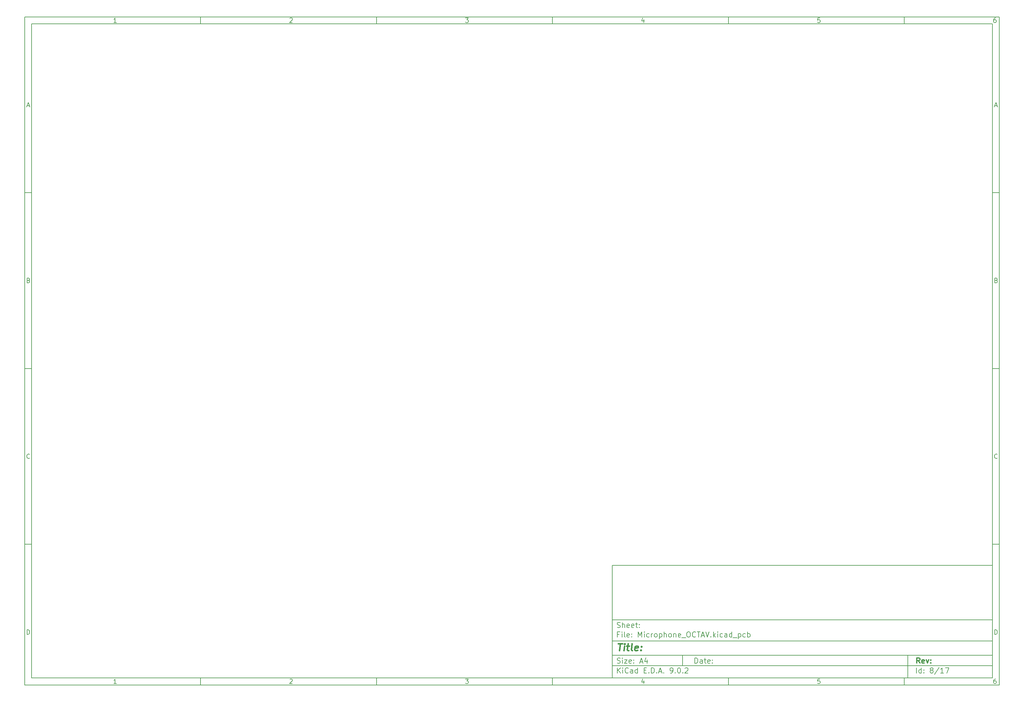
<source format=gbr>
%TF.GenerationSoftware,KiCad,Pcbnew,9.0.2*%
%TF.CreationDate,2025-08-29T05:40:04+02:00*%
%TF.ProjectId,Microphone_OCTAV,4d696372-6f70-4686-9f6e-655f4f435441,rev?*%
%TF.SameCoordinates,Original*%
%TF.FileFunction,Paste,Bot*%
%TF.FilePolarity,Positive*%
%FSLAX46Y46*%
G04 Gerber Fmt 4.6, Leading zero omitted, Abs format (unit mm)*
G04 Created by KiCad (PCBNEW 9.0.2) date 2025-08-29 05:40:04*
%MOMM*%
%LPD*%
G01*
G04 APERTURE LIST*
%ADD10C,0.100000*%
%ADD11C,0.150000*%
%ADD12C,0.300000*%
%ADD13C,0.400000*%
G04 APERTURE END LIST*
D10*
D11*
X177002200Y-166007200D02*
X285002200Y-166007200D01*
X285002200Y-198007200D01*
X177002200Y-198007200D01*
X177002200Y-166007200D01*
D10*
D11*
X10000000Y-10000000D02*
X287002200Y-10000000D01*
X287002200Y-200007200D01*
X10000000Y-200007200D01*
X10000000Y-10000000D01*
D10*
D11*
X12000000Y-12000000D02*
X285002200Y-12000000D01*
X285002200Y-198007200D01*
X12000000Y-198007200D01*
X12000000Y-12000000D01*
D10*
D11*
X60000000Y-12000000D02*
X60000000Y-10000000D01*
D10*
D11*
X110000000Y-12000000D02*
X110000000Y-10000000D01*
D10*
D11*
X160000000Y-12000000D02*
X160000000Y-10000000D01*
D10*
D11*
X210000000Y-12000000D02*
X210000000Y-10000000D01*
D10*
D11*
X260000000Y-12000000D02*
X260000000Y-10000000D01*
D10*
D11*
X36089160Y-11593604D02*
X35346303Y-11593604D01*
X35717731Y-11593604D02*
X35717731Y-10293604D01*
X35717731Y-10293604D02*
X35593922Y-10479319D01*
X35593922Y-10479319D02*
X35470112Y-10603128D01*
X35470112Y-10603128D02*
X35346303Y-10665033D01*
D10*
D11*
X85346303Y-10417414D02*
X85408207Y-10355509D01*
X85408207Y-10355509D02*
X85532017Y-10293604D01*
X85532017Y-10293604D02*
X85841541Y-10293604D01*
X85841541Y-10293604D02*
X85965350Y-10355509D01*
X85965350Y-10355509D02*
X86027255Y-10417414D01*
X86027255Y-10417414D02*
X86089160Y-10541223D01*
X86089160Y-10541223D02*
X86089160Y-10665033D01*
X86089160Y-10665033D02*
X86027255Y-10850747D01*
X86027255Y-10850747D02*
X85284398Y-11593604D01*
X85284398Y-11593604D02*
X86089160Y-11593604D01*
D10*
D11*
X135284398Y-10293604D02*
X136089160Y-10293604D01*
X136089160Y-10293604D02*
X135655826Y-10788842D01*
X135655826Y-10788842D02*
X135841541Y-10788842D01*
X135841541Y-10788842D02*
X135965350Y-10850747D01*
X135965350Y-10850747D02*
X136027255Y-10912652D01*
X136027255Y-10912652D02*
X136089160Y-11036461D01*
X136089160Y-11036461D02*
X136089160Y-11345985D01*
X136089160Y-11345985D02*
X136027255Y-11469795D01*
X136027255Y-11469795D02*
X135965350Y-11531700D01*
X135965350Y-11531700D02*
X135841541Y-11593604D01*
X135841541Y-11593604D02*
X135470112Y-11593604D01*
X135470112Y-11593604D02*
X135346303Y-11531700D01*
X135346303Y-11531700D02*
X135284398Y-11469795D01*
D10*
D11*
X185965350Y-10726938D02*
X185965350Y-11593604D01*
X185655826Y-10231700D02*
X185346303Y-11160271D01*
X185346303Y-11160271D02*
X186151064Y-11160271D01*
D10*
D11*
X236027255Y-10293604D02*
X235408207Y-10293604D01*
X235408207Y-10293604D02*
X235346303Y-10912652D01*
X235346303Y-10912652D02*
X235408207Y-10850747D01*
X235408207Y-10850747D02*
X235532017Y-10788842D01*
X235532017Y-10788842D02*
X235841541Y-10788842D01*
X235841541Y-10788842D02*
X235965350Y-10850747D01*
X235965350Y-10850747D02*
X236027255Y-10912652D01*
X236027255Y-10912652D02*
X236089160Y-11036461D01*
X236089160Y-11036461D02*
X236089160Y-11345985D01*
X236089160Y-11345985D02*
X236027255Y-11469795D01*
X236027255Y-11469795D02*
X235965350Y-11531700D01*
X235965350Y-11531700D02*
X235841541Y-11593604D01*
X235841541Y-11593604D02*
X235532017Y-11593604D01*
X235532017Y-11593604D02*
X235408207Y-11531700D01*
X235408207Y-11531700D02*
X235346303Y-11469795D01*
D10*
D11*
X285965350Y-10293604D02*
X285717731Y-10293604D01*
X285717731Y-10293604D02*
X285593922Y-10355509D01*
X285593922Y-10355509D02*
X285532017Y-10417414D01*
X285532017Y-10417414D02*
X285408207Y-10603128D01*
X285408207Y-10603128D02*
X285346303Y-10850747D01*
X285346303Y-10850747D02*
X285346303Y-11345985D01*
X285346303Y-11345985D02*
X285408207Y-11469795D01*
X285408207Y-11469795D02*
X285470112Y-11531700D01*
X285470112Y-11531700D02*
X285593922Y-11593604D01*
X285593922Y-11593604D02*
X285841541Y-11593604D01*
X285841541Y-11593604D02*
X285965350Y-11531700D01*
X285965350Y-11531700D02*
X286027255Y-11469795D01*
X286027255Y-11469795D02*
X286089160Y-11345985D01*
X286089160Y-11345985D02*
X286089160Y-11036461D01*
X286089160Y-11036461D02*
X286027255Y-10912652D01*
X286027255Y-10912652D02*
X285965350Y-10850747D01*
X285965350Y-10850747D02*
X285841541Y-10788842D01*
X285841541Y-10788842D02*
X285593922Y-10788842D01*
X285593922Y-10788842D02*
X285470112Y-10850747D01*
X285470112Y-10850747D02*
X285408207Y-10912652D01*
X285408207Y-10912652D02*
X285346303Y-11036461D01*
D10*
D11*
X60000000Y-198007200D02*
X60000000Y-200007200D01*
D10*
D11*
X110000000Y-198007200D02*
X110000000Y-200007200D01*
D10*
D11*
X160000000Y-198007200D02*
X160000000Y-200007200D01*
D10*
D11*
X210000000Y-198007200D02*
X210000000Y-200007200D01*
D10*
D11*
X260000000Y-198007200D02*
X260000000Y-200007200D01*
D10*
D11*
X36089160Y-199600804D02*
X35346303Y-199600804D01*
X35717731Y-199600804D02*
X35717731Y-198300804D01*
X35717731Y-198300804D02*
X35593922Y-198486519D01*
X35593922Y-198486519D02*
X35470112Y-198610328D01*
X35470112Y-198610328D02*
X35346303Y-198672233D01*
D10*
D11*
X85346303Y-198424614D02*
X85408207Y-198362709D01*
X85408207Y-198362709D02*
X85532017Y-198300804D01*
X85532017Y-198300804D02*
X85841541Y-198300804D01*
X85841541Y-198300804D02*
X85965350Y-198362709D01*
X85965350Y-198362709D02*
X86027255Y-198424614D01*
X86027255Y-198424614D02*
X86089160Y-198548423D01*
X86089160Y-198548423D02*
X86089160Y-198672233D01*
X86089160Y-198672233D02*
X86027255Y-198857947D01*
X86027255Y-198857947D02*
X85284398Y-199600804D01*
X85284398Y-199600804D02*
X86089160Y-199600804D01*
D10*
D11*
X135284398Y-198300804D02*
X136089160Y-198300804D01*
X136089160Y-198300804D02*
X135655826Y-198796042D01*
X135655826Y-198796042D02*
X135841541Y-198796042D01*
X135841541Y-198796042D02*
X135965350Y-198857947D01*
X135965350Y-198857947D02*
X136027255Y-198919852D01*
X136027255Y-198919852D02*
X136089160Y-199043661D01*
X136089160Y-199043661D02*
X136089160Y-199353185D01*
X136089160Y-199353185D02*
X136027255Y-199476995D01*
X136027255Y-199476995D02*
X135965350Y-199538900D01*
X135965350Y-199538900D02*
X135841541Y-199600804D01*
X135841541Y-199600804D02*
X135470112Y-199600804D01*
X135470112Y-199600804D02*
X135346303Y-199538900D01*
X135346303Y-199538900D02*
X135284398Y-199476995D01*
D10*
D11*
X185965350Y-198734138D02*
X185965350Y-199600804D01*
X185655826Y-198238900D02*
X185346303Y-199167471D01*
X185346303Y-199167471D02*
X186151064Y-199167471D01*
D10*
D11*
X236027255Y-198300804D02*
X235408207Y-198300804D01*
X235408207Y-198300804D02*
X235346303Y-198919852D01*
X235346303Y-198919852D02*
X235408207Y-198857947D01*
X235408207Y-198857947D02*
X235532017Y-198796042D01*
X235532017Y-198796042D02*
X235841541Y-198796042D01*
X235841541Y-198796042D02*
X235965350Y-198857947D01*
X235965350Y-198857947D02*
X236027255Y-198919852D01*
X236027255Y-198919852D02*
X236089160Y-199043661D01*
X236089160Y-199043661D02*
X236089160Y-199353185D01*
X236089160Y-199353185D02*
X236027255Y-199476995D01*
X236027255Y-199476995D02*
X235965350Y-199538900D01*
X235965350Y-199538900D02*
X235841541Y-199600804D01*
X235841541Y-199600804D02*
X235532017Y-199600804D01*
X235532017Y-199600804D02*
X235408207Y-199538900D01*
X235408207Y-199538900D02*
X235346303Y-199476995D01*
D10*
D11*
X285965350Y-198300804D02*
X285717731Y-198300804D01*
X285717731Y-198300804D02*
X285593922Y-198362709D01*
X285593922Y-198362709D02*
X285532017Y-198424614D01*
X285532017Y-198424614D02*
X285408207Y-198610328D01*
X285408207Y-198610328D02*
X285346303Y-198857947D01*
X285346303Y-198857947D02*
X285346303Y-199353185D01*
X285346303Y-199353185D02*
X285408207Y-199476995D01*
X285408207Y-199476995D02*
X285470112Y-199538900D01*
X285470112Y-199538900D02*
X285593922Y-199600804D01*
X285593922Y-199600804D02*
X285841541Y-199600804D01*
X285841541Y-199600804D02*
X285965350Y-199538900D01*
X285965350Y-199538900D02*
X286027255Y-199476995D01*
X286027255Y-199476995D02*
X286089160Y-199353185D01*
X286089160Y-199353185D02*
X286089160Y-199043661D01*
X286089160Y-199043661D02*
X286027255Y-198919852D01*
X286027255Y-198919852D02*
X285965350Y-198857947D01*
X285965350Y-198857947D02*
X285841541Y-198796042D01*
X285841541Y-198796042D02*
X285593922Y-198796042D01*
X285593922Y-198796042D02*
X285470112Y-198857947D01*
X285470112Y-198857947D02*
X285408207Y-198919852D01*
X285408207Y-198919852D02*
X285346303Y-199043661D01*
D10*
D11*
X10000000Y-60000000D02*
X12000000Y-60000000D01*
D10*
D11*
X10000000Y-110000000D02*
X12000000Y-110000000D01*
D10*
D11*
X10000000Y-160000000D02*
X12000000Y-160000000D01*
D10*
D11*
X10690476Y-35222176D02*
X11309523Y-35222176D01*
X10566666Y-35593604D02*
X10999999Y-34293604D01*
X10999999Y-34293604D02*
X11433333Y-35593604D01*
D10*
D11*
X11092857Y-84912652D02*
X11278571Y-84974557D01*
X11278571Y-84974557D02*
X11340476Y-85036461D01*
X11340476Y-85036461D02*
X11402380Y-85160271D01*
X11402380Y-85160271D02*
X11402380Y-85345985D01*
X11402380Y-85345985D02*
X11340476Y-85469795D01*
X11340476Y-85469795D02*
X11278571Y-85531700D01*
X11278571Y-85531700D02*
X11154761Y-85593604D01*
X11154761Y-85593604D02*
X10659523Y-85593604D01*
X10659523Y-85593604D02*
X10659523Y-84293604D01*
X10659523Y-84293604D02*
X11092857Y-84293604D01*
X11092857Y-84293604D02*
X11216666Y-84355509D01*
X11216666Y-84355509D02*
X11278571Y-84417414D01*
X11278571Y-84417414D02*
X11340476Y-84541223D01*
X11340476Y-84541223D02*
X11340476Y-84665033D01*
X11340476Y-84665033D02*
X11278571Y-84788842D01*
X11278571Y-84788842D02*
X11216666Y-84850747D01*
X11216666Y-84850747D02*
X11092857Y-84912652D01*
X11092857Y-84912652D02*
X10659523Y-84912652D01*
D10*
D11*
X11402380Y-135469795D02*
X11340476Y-135531700D01*
X11340476Y-135531700D02*
X11154761Y-135593604D01*
X11154761Y-135593604D02*
X11030952Y-135593604D01*
X11030952Y-135593604D02*
X10845238Y-135531700D01*
X10845238Y-135531700D02*
X10721428Y-135407890D01*
X10721428Y-135407890D02*
X10659523Y-135284080D01*
X10659523Y-135284080D02*
X10597619Y-135036461D01*
X10597619Y-135036461D02*
X10597619Y-134850747D01*
X10597619Y-134850747D02*
X10659523Y-134603128D01*
X10659523Y-134603128D02*
X10721428Y-134479319D01*
X10721428Y-134479319D02*
X10845238Y-134355509D01*
X10845238Y-134355509D02*
X11030952Y-134293604D01*
X11030952Y-134293604D02*
X11154761Y-134293604D01*
X11154761Y-134293604D02*
X11340476Y-134355509D01*
X11340476Y-134355509D02*
X11402380Y-134417414D01*
D10*
D11*
X10659523Y-185593604D02*
X10659523Y-184293604D01*
X10659523Y-184293604D02*
X10969047Y-184293604D01*
X10969047Y-184293604D02*
X11154761Y-184355509D01*
X11154761Y-184355509D02*
X11278571Y-184479319D01*
X11278571Y-184479319D02*
X11340476Y-184603128D01*
X11340476Y-184603128D02*
X11402380Y-184850747D01*
X11402380Y-184850747D02*
X11402380Y-185036461D01*
X11402380Y-185036461D02*
X11340476Y-185284080D01*
X11340476Y-185284080D02*
X11278571Y-185407890D01*
X11278571Y-185407890D02*
X11154761Y-185531700D01*
X11154761Y-185531700D02*
X10969047Y-185593604D01*
X10969047Y-185593604D02*
X10659523Y-185593604D01*
D10*
D11*
X287002200Y-60000000D02*
X285002200Y-60000000D01*
D10*
D11*
X287002200Y-110000000D02*
X285002200Y-110000000D01*
D10*
D11*
X287002200Y-160000000D02*
X285002200Y-160000000D01*
D10*
D11*
X285692676Y-35222176D02*
X286311723Y-35222176D01*
X285568866Y-35593604D02*
X286002199Y-34293604D01*
X286002199Y-34293604D02*
X286435533Y-35593604D01*
D10*
D11*
X286095057Y-84912652D02*
X286280771Y-84974557D01*
X286280771Y-84974557D02*
X286342676Y-85036461D01*
X286342676Y-85036461D02*
X286404580Y-85160271D01*
X286404580Y-85160271D02*
X286404580Y-85345985D01*
X286404580Y-85345985D02*
X286342676Y-85469795D01*
X286342676Y-85469795D02*
X286280771Y-85531700D01*
X286280771Y-85531700D02*
X286156961Y-85593604D01*
X286156961Y-85593604D02*
X285661723Y-85593604D01*
X285661723Y-85593604D02*
X285661723Y-84293604D01*
X285661723Y-84293604D02*
X286095057Y-84293604D01*
X286095057Y-84293604D02*
X286218866Y-84355509D01*
X286218866Y-84355509D02*
X286280771Y-84417414D01*
X286280771Y-84417414D02*
X286342676Y-84541223D01*
X286342676Y-84541223D02*
X286342676Y-84665033D01*
X286342676Y-84665033D02*
X286280771Y-84788842D01*
X286280771Y-84788842D02*
X286218866Y-84850747D01*
X286218866Y-84850747D02*
X286095057Y-84912652D01*
X286095057Y-84912652D02*
X285661723Y-84912652D01*
D10*
D11*
X286404580Y-135469795D02*
X286342676Y-135531700D01*
X286342676Y-135531700D02*
X286156961Y-135593604D01*
X286156961Y-135593604D02*
X286033152Y-135593604D01*
X286033152Y-135593604D02*
X285847438Y-135531700D01*
X285847438Y-135531700D02*
X285723628Y-135407890D01*
X285723628Y-135407890D02*
X285661723Y-135284080D01*
X285661723Y-135284080D02*
X285599819Y-135036461D01*
X285599819Y-135036461D02*
X285599819Y-134850747D01*
X285599819Y-134850747D02*
X285661723Y-134603128D01*
X285661723Y-134603128D02*
X285723628Y-134479319D01*
X285723628Y-134479319D02*
X285847438Y-134355509D01*
X285847438Y-134355509D02*
X286033152Y-134293604D01*
X286033152Y-134293604D02*
X286156961Y-134293604D01*
X286156961Y-134293604D02*
X286342676Y-134355509D01*
X286342676Y-134355509D02*
X286404580Y-134417414D01*
D10*
D11*
X285661723Y-185593604D02*
X285661723Y-184293604D01*
X285661723Y-184293604D02*
X285971247Y-184293604D01*
X285971247Y-184293604D02*
X286156961Y-184355509D01*
X286156961Y-184355509D02*
X286280771Y-184479319D01*
X286280771Y-184479319D02*
X286342676Y-184603128D01*
X286342676Y-184603128D02*
X286404580Y-184850747D01*
X286404580Y-184850747D02*
X286404580Y-185036461D01*
X286404580Y-185036461D02*
X286342676Y-185284080D01*
X286342676Y-185284080D02*
X286280771Y-185407890D01*
X286280771Y-185407890D02*
X286156961Y-185531700D01*
X286156961Y-185531700D02*
X285971247Y-185593604D01*
X285971247Y-185593604D02*
X285661723Y-185593604D01*
D10*
D11*
X200458026Y-193793328D02*
X200458026Y-192293328D01*
X200458026Y-192293328D02*
X200815169Y-192293328D01*
X200815169Y-192293328D02*
X201029455Y-192364757D01*
X201029455Y-192364757D02*
X201172312Y-192507614D01*
X201172312Y-192507614D02*
X201243741Y-192650471D01*
X201243741Y-192650471D02*
X201315169Y-192936185D01*
X201315169Y-192936185D02*
X201315169Y-193150471D01*
X201315169Y-193150471D02*
X201243741Y-193436185D01*
X201243741Y-193436185D02*
X201172312Y-193579042D01*
X201172312Y-193579042D02*
X201029455Y-193721900D01*
X201029455Y-193721900D02*
X200815169Y-193793328D01*
X200815169Y-193793328D02*
X200458026Y-193793328D01*
X202600884Y-193793328D02*
X202600884Y-193007614D01*
X202600884Y-193007614D02*
X202529455Y-192864757D01*
X202529455Y-192864757D02*
X202386598Y-192793328D01*
X202386598Y-192793328D02*
X202100884Y-192793328D01*
X202100884Y-192793328D02*
X201958026Y-192864757D01*
X202600884Y-193721900D02*
X202458026Y-193793328D01*
X202458026Y-193793328D02*
X202100884Y-193793328D01*
X202100884Y-193793328D02*
X201958026Y-193721900D01*
X201958026Y-193721900D02*
X201886598Y-193579042D01*
X201886598Y-193579042D02*
X201886598Y-193436185D01*
X201886598Y-193436185D02*
X201958026Y-193293328D01*
X201958026Y-193293328D02*
X202100884Y-193221900D01*
X202100884Y-193221900D02*
X202458026Y-193221900D01*
X202458026Y-193221900D02*
X202600884Y-193150471D01*
X203100884Y-192793328D02*
X203672312Y-192793328D01*
X203315169Y-192293328D02*
X203315169Y-193579042D01*
X203315169Y-193579042D02*
X203386598Y-193721900D01*
X203386598Y-193721900D02*
X203529455Y-193793328D01*
X203529455Y-193793328D02*
X203672312Y-193793328D01*
X204743741Y-193721900D02*
X204600884Y-193793328D01*
X204600884Y-193793328D02*
X204315170Y-193793328D01*
X204315170Y-193793328D02*
X204172312Y-193721900D01*
X204172312Y-193721900D02*
X204100884Y-193579042D01*
X204100884Y-193579042D02*
X204100884Y-193007614D01*
X204100884Y-193007614D02*
X204172312Y-192864757D01*
X204172312Y-192864757D02*
X204315170Y-192793328D01*
X204315170Y-192793328D02*
X204600884Y-192793328D01*
X204600884Y-192793328D02*
X204743741Y-192864757D01*
X204743741Y-192864757D02*
X204815170Y-193007614D01*
X204815170Y-193007614D02*
X204815170Y-193150471D01*
X204815170Y-193150471D02*
X204100884Y-193293328D01*
X205458026Y-193650471D02*
X205529455Y-193721900D01*
X205529455Y-193721900D02*
X205458026Y-193793328D01*
X205458026Y-193793328D02*
X205386598Y-193721900D01*
X205386598Y-193721900D02*
X205458026Y-193650471D01*
X205458026Y-193650471D02*
X205458026Y-193793328D01*
X205458026Y-192864757D02*
X205529455Y-192936185D01*
X205529455Y-192936185D02*
X205458026Y-193007614D01*
X205458026Y-193007614D02*
X205386598Y-192936185D01*
X205386598Y-192936185D02*
X205458026Y-192864757D01*
X205458026Y-192864757D02*
X205458026Y-193007614D01*
D10*
D11*
X177002200Y-194507200D02*
X285002200Y-194507200D01*
D10*
D11*
X178458026Y-196593328D02*
X178458026Y-195093328D01*
X179315169Y-196593328D02*
X178672312Y-195736185D01*
X179315169Y-195093328D02*
X178458026Y-195950471D01*
X179958026Y-196593328D02*
X179958026Y-195593328D01*
X179958026Y-195093328D02*
X179886598Y-195164757D01*
X179886598Y-195164757D02*
X179958026Y-195236185D01*
X179958026Y-195236185D02*
X180029455Y-195164757D01*
X180029455Y-195164757D02*
X179958026Y-195093328D01*
X179958026Y-195093328D02*
X179958026Y-195236185D01*
X181529455Y-196450471D02*
X181458027Y-196521900D01*
X181458027Y-196521900D02*
X181243741Y-196593328D01*
X181243741Y-196593328D02*
X181100884Y-196593328D01*
X181100884Y-196593328D02*
X180886598Y-196521900D01*
X180886598Y-196521900D02*
X180743741Y-196379042D01*
X180743741Y-196379042D02*
X180672312Y-196236185D01*
X180672312Y-196236185D02*
X180600884Y-195950471D01*
X180600884Y-195950471D02*
X180600884Y-195736185D01*
X180600884Y-195736185D02*
X180672312Y-195450471D01*
X180672312Y-195450471D02*
X180743741Y-195307614D01*
X180743741Y-195307614D02*
X180886598Y-195164757D01*
X180886598Y-195164757D02*
X181100884Y-195093328D01*
X181100884Y-195093328D02*
X181243741Y-195093328D01*
X181243741Y-195093328D02*
X181458027Y-195164757D01*
X181458027Y-195164757D02*
X181529455Y-195236185D01*
X182815170Y-196593328D02*
X182815170Y-195807614D01*
X182815170Y-195807614D02*
X182743741Y-195664757D01*
X182743741Y-195664757D02*
X182600884Y-195593328D01*
X182600884Y-195593328D02*
X182315170Y-195593328D01*
X182315170Y-195593328D02*
X182172312Y-195664757D01*
X182815170Y-196521900D02*
X182672312Y-196593328D01*
X182672312Y-196593328D02*
X182315170Y-196593328D01*
X182315170Y-196593328D02*
X182172312Y-196521900D01*
X182172312Y-196521900D02*
X182100884Y-196379042D01*
X182100884Y-196379042D02*
X182100884Y-196236185D01*
X182100884Y-196236185D02*
X182172312Y-196093328D01*
X182172312Y-196093328D02*
X182315170Y-196021900D01*
X182315170Y-196021900D02*
X182672312Y-196021900D01*
X182672312Y-196021900D02*
X182815170Y-195950471D01*
X184172313Y-196593328D02*
X184172313Y-195093328D01*
X184172313Y-196521900D02*
X184029455Y-196593328D01*
X184029455Y-196593328D02*
X183743741Y-196593328D01*
X183743741Y-196593328D02*
X183600884Y-196521900D01*
X183600884Y-196521900D02*
X183529455Y-196450471D01*
X183529455Y-196450471D02*
X183458027Y-196307614D01*
X183458027Y-196307614D02*
X183458027Y-195879042D01*
X183458027Y-195879042D02*
X183529455Y-195736185D01*
X183529455Y-195736185D02*
X183600884Y-195664757D01*
X183600884Y-195664757D02*
X183743741Y-195593328D01*
X183743741Y-195593328D02*
X184029455Y-195593328D01*
X184029455Y-195593328D02*
X184172313Y-195664757D01*
X186029455Y-195807614D02*
X186529455Y-195807614D01*
X186743741Y-196593328D02*
X186029455Y-196593328D01*
X186029455Y-196593328D02*
X186029455Y-195093328D01*
X186029455Y-195093328D02*
X186743741Y-195093328D01*
X187386598Y-196450471D02*
X187458027Y-196521900D01*
X187458027Y-196521900D02*
X187386598Y-196593328D01*
X187386598Y-196593328D02*
X187315170Y-196521900D01*
X187315170Y-196521900D02*
X187386598Y-196450471D01*
X187386598Y-196450471D02*
X187386598Y-196593328D01*
X188100884Y-196593328D02*
X188100884Y-195093328D01*
X188100884Y-195093328D02*
X188458027Y-195093328D01*
X188458027Y-195093328D02*
X188672313Y-195164757D01*
X188672313Y-195164757D02*
X188815170Y-195307614D01*
X188815170Y-195307614D02*
X188886599Y-195450471D01*
X188886599Y-195450471D02*
X188958027Y-195736185D01*
X188958027Y-195736185D02*
X188958027Y-195950471D01*
X188958027Y-195950471D02*
X188886599Y-196236185D01*
X188886599Y-196236185D02*
X188815170Y-196379042D01*
X188815170Y-196379042D02*
X188672313Y-196521900D01*
X188672313Y-196521900D02*
X188458027Y-196593328D01*
X188458027Y-196593328D02*
X188100884Y-196593328D01*
X189600884Y-196450471D02*
X189672313Y-196521900D01*
X189672313Y-196521900D02*
X189600884Y-196593328D01*
X189600884Y-196593328D02*
X189529456Y-196521900D01*
X189529456Y-196521900D02*
X189600884Y-196450471D01*
X189600884Y-196450471D02*
X189600884Y-196593328D01*
X190243742Y-196164757D02*
X190958028Y-196164757D01*
X190100885Y-196593328D02*
X190600885Y-195093328D01*
X190600885Y-195093328D02*
X191100885Y-196593328D01*
X191600884Y-196450471D02*
X191672313Y-196521900D01*
X191672313Y-196521900D02*
X191600884Y-196593328D01*
X191600884Y-196593328D02*
X191529456Y-196521900D01*
X191529456Y-196521900D02*
X191600884Y-196450471D01*
X191600884Y-196450471D02*
X191600884Y-196593328D01*
X193529456Y-196593328D02*
X193815170Y-196593328D01*
X193815170Y-196593328D02*
X193958027Y-196521900D01*
X193958027Y-196521900D02*
X194029456Y-196450471D01*
X194029456Y-196450471D02*
X194172313Y-196236185D01*
X194172313Y-196236185D02*
X194243742Y-195950471D01*
X194243742Y-195950471D02*
X194243742Y-195379042D01*
X194243742Y-195379042D02*
X194172313Y-195236185D01*
X194172313Y-195236185D02*
X194100885Y-195164757D01*
X194100885Y-195164757D02*
X193958027Y-195093328D01*
X193958027Y-195093328D02*
X193672313Y-195093328D01*
X193672313Y-195093328D02*
X193529456Y-195164757D01*
X193529456Y-195164757D02*
X193458027Y-195236185D01*
X193458027Y-195236185D02*
X193386599Y-195379042D01*
X193386599Y-195379042D02*
X193386599Y-195736185D01*
X193386599Y-195736185D02*
X193458027Y-195879042D01*
X193458027Y-195879042D02*
X193529456Y-195950471D01*
X193529456Y-195950471D02*
X193672313Y-196021900D01*
X193672313Y-196021900D02*
X193958027Y-196021900D01*
X193958027Y-196021900D02*
X194100885Y-195950471D01*
X194100885Y-195950471D02*
X194172313Y-195879042D01*
X194172313Y-195879042D02*
X194243742Y-195736185D01*
X194886598Y-196450471D02*
X194958027Y-196521900D01*
X194958027Y-196521900D02*
X194886598Y-196593328D01*
X194886598Y-196593328D02*
X194815170Y-196521900D01*
X194815170Y-196521900D02*
X194886598Y-196450471D01*
X194886598Y-196450471D02*
X194886598Y-196593328D01*
X195886599Y-195093328D02*
X196029456Y-195093328D01*
X196029456Y-195093328D02*
X196172313Y-195164757D01*
X196172313Y-195164757D02*
X196243742Y-195236185D01*
X196243742Y-195236185D02*
X196315170Y-195379042D01*
X196315170Y-195379042D02*
X196386599Y-195664757D01*
X196386599Y-195664757D02*
X196386599Y-196021900D01*
X196386599Y-196021900D02*
X196315170Y-196307614D01*
X196315170Y-196307614D02*
X196243742Y-196450471D01*
X196243742Y-196450471D02*
X196172313Y-196521900D01*
X196172313Y-196521900D02*
X196029456Y-196593328D01*
X196029456Y-196593328D02*
X195886599Y-196593328D01*
X195886599Y-196593328D02*
X195743742Y-196521900D01*
X195743742Y-196521900D02*
X195672313Y-196450471D01*
X195672313Y-196450471D02*
X195600884Y-196307614D01*
X195600884Y-196307614D02*
X195529456Y-196021900D01*
X195529456Y-196021900D02*
X195529456Y-195664757D01*
X195529456Y-195664757D02*
X195600884Y-195379042D01*
X195600884Y-195379042D02*
X195672313Y-195236185D01*
X195672313Y-195236185D02*
X195743742Y-195164757D01*
X195743742Y-195164757D02*
X195886599Y-195093328D01*
X197029455Y-196450471D02*
X197100884Y-196521900D01*
X197100884Y-196521900D02*
X197029455Y-196593328D01*
X197029455Y-196593328D02*
X196958027Y-196521900D01*
X196958027Y-196521900D02*
X197029455Y-196450471D01*
X197029455Y-196450471D02*
X197029455Y-196593328D01*
X197672313Y-195236185D02*
X197743741Y-195164757D01*
X197743741Y-195164757D02*
X197886599Y-195093328D01*
X197886599Y-195093328D02*
X198243741Y-195093328D01*
X198243741Y-195093328D02*
X198386599Y-195164757D01*
X198386599Y-195164757D02*
X198458027Y-195236185D01*
X198458027Y-195236185D02*
X198529456Y-195379042D01*
X198529456Y-195379042D02*
X198529456Y-195521900D01*
X198529456Y-195521900D02*
X198458027Y-195736185D01*
X198458027Y-195736185D02*
X197600884Y-196593328D01*
X197600884Y-196593328D02*
X198529456Y-196593328D01*
D10*
D11*
X177002200Y-191507200D02*
X285002200Y-191507200D01*
D10*
D12*
X264413853Y-193785528D02*
X263913853Y-193071242D01*
X263556710Y-193785528D02*
X263556710Y-192285528D01*
X263556710Y-192285528D02*
X264128139Y-192285528D01*
X264128139Y-192285528D02*
X264270996Y-192356957D01*
X264270996Y-192356957D02*
X264342425Y-192428385D01*
X264342425Y-192428385D02*
X264413853Y-192571242D01*
X264413853Y-192571242D02*
X264413853Y-192785528D01*
X264413853Y-192785528D02*
X264342425Y-192928385D01*
X264342425Y-192928385D02*
X264270996Y-192999814D01*
X264270996Y-192999814D02*
X264128139Y-193071242D01*
X264128139Y-193071242D02*
X263556710Y-193071242D01*
X265628139Y-193714100D02*
X265485282Y-193785528D01*
X265485282Y-193785528D02*
X265199568Y-193785528D01*
X265199568Y-193785528D02*
X265056710Y-193714100D01*
X265056710Y-193714100D02*
X264985282Y-193571242D01*
X264985282Y-193571242D02*
X264985282Y-192999814D01*
X264985282Y-192999814D02*
X265056710Y-192856957D01*
X265056710Y-192856957D02*
X265199568Y-192785528D01*
X265199568Y-192785528D02*
X265485282Y-192785528D01*
X265485282Y-192785528D02*
X265628139Y-192856957D01*
X265628139Y-192856957D02*
X265699568Y-192999814D01*
X265699568Y-192999814D02*
X265699568Y-193142671D01*
X265699568Y-193142671D02*
X264985282Y-193285528D01*
X266199567Y-192785528D02*
X266556710Y-193785528D01*
X266556710Y-193785528D02*
X266913853Y-192785528D01*
X267485281Y-193642671D02*
X267556710Y-193714100D01*
X267556710Y-193714100D02*
X267485281Y-193785528D01*
X267485281Y-193785528D02*
X267413853Y-193714100D01*
X267413853Y-193714100D02*
X267485281Y-193642671D01*
X267485281Y-193642671D02*
X267485281Y-193785528D01*
X267485281Y-192856957D02*
X267556710Y-192928385D01*
X267556710Y-192928385D02*
X267485281Y-192999814D01*
X267485281Y-192999814D02*
X267413853Y-192928385D01*
X267413853Y-192928385D02*
X267485281Y-192856957D01*
X267485281Y-192856957D02*
X267485281Y-192999814D01*
D10*
D11*
X178386598Y-193721900D02*
X178600884Y-193793328D01*
X178600884Y-193793328D02*
X178958026Y-193793328D01*
X178958026Y-193793328D02*
X179100884Y-193721900D01*
X179100884Y-193721900D02*
X179172312Y-193650471D01*
X179172312Y-193650471D02*
X179243741Y-193507614D01*
X179243741Y-193507614D02*
X179243741Y-193364757D01*
X179243741Y-193364757D02*
X179172312Y-193221900D01*
X179172312Y-193221900D02*
X179100884Y-193150471D01*
X179100884Y-193150471D02*
X178958026Y-193079042D01*
X178958026Y-193079042D02*
X178672312Y-193007614D01*
X178672312Y-193007614D02*
X178529455Y-192936185D01*
X178529455Y-192936185D02*
X178458026Y-192864757D01*
X178458026Y-192864757D02*
X178386598Y-192721900D01*
X178386598Y-192721900D02*
X178386598Y-192579042D01*
X178386598Y-192579042D02*
X178458026Y-192436185D01*
X178458026Y-192436185D02*
X178529455Y-192364757D01*
X178529455Y-192364757D02*
X178672312Y-192293328D01*
X178672312Y-192293328D02*
X179029455Y-192293328D01*
X179029455Y-192293328D02*
X179243741Y-192364757D01*
X179886597Y-193793328D02*
X179886597Y-192793328D01*
X179886597Y-192293328D02*
X179815169Y-192364757D01*
X179815169Y-192364757D02*
X179886597Y-192436185D01*
X179886597Y-192436185D02*
X179958026Y-192364757D01*
X179958026Y-192364757D02*
X179886597Y-192293328D01*
X179886597Y-192293328D02*
X179886597Y-192436185D01*
X180458026Y-192793328D02*
X181243741Y-192793328D01*
X181243741Y-192793328D02*
X180458026Y-193793328D01*
X180458026Y-193793328D02*
X181243741Y-193793328D01*
X182386598Y-193721900D02*
X182243741Y-193793328D01*
X182243741Y-193793328D02*
X181958027Y-193793328D01*
X181958027Y-193793328D02*
X181815169Y-193721900D01*
X181815169Y-193721900D02*
X181743741Y-193579042D01*
X181743741Y-193579042D02*
X181743741Y-193007614D01*
X181743741Y-193007614D02*
X181815169Y-192864757D01*
X181815169Y-192864757D02*
X181958027Y-192793328D01*
X181958027Y-192793328D02*
X182243741Y-192793328D01*
X182243741Y-192793328D02*
X182386598Y-192864757D01*
X182386598Y-192864757D02*
X182458027Y-193007614D01*
X182458027Y-193007614D02*
X182458027Y-193150471D01*
X182458027Y-193150471D02*
X181743741Y-193293328D01*
X183100883Y-193650471D02*
X183172312Y-193721900D01*
X183172312Y-193721900D02*
X183100883Y-193793328D01*
X183100883Y-193793328D02*
X183029455Y-193721900D01*
X183029455Y-193721900D02*
X183100883Y-193650471D01*
X183100883Y-193650471D02*
X183100883Y-193793328D01*
X183100883Y-192864757D02*
X183172312Y-192936185D01*
X183172312Y-192936185D02*
X183100883Y-193007614D01*
X183100883Y-193007614D02*
X183029455Y-192936185D01*
X183029455Y-192936185D02*
X183100883Y-192864757D01*
X183100883Y-192864757D02*
X183100883Y-193007614D01*
X184886598Y-193364757D02*
X185600884Y-193364757D01*
X184743741Y-193793328D02*
X185243741Y-192293328D01*
X185243741Y-192293328D02*
X185743741Y-193793328D01*
X186886598Y-192793328D02*
X186886598Y-193793328D01*
X186529455Y-192221900D02*
X186172312Y-193293328D01*
X186172312Y-193293328D02*
X187100883Y-193293328D01*
D10*
D11*
X263458026Y-196593328D02*
X263458026Y-195093328D01*
X264815170Y-196593328D02*
X264815170Y-195093328D01*
X264815170Y-196521900D02*
X264672312Y-196593328D01*
X264672312Y-196593328D02*
X264386598Y-196593328D01*
X264386598Y-196593328D02*
X264243741Y-196521900D01*
X264243741Y-196521900D02*
X264172312Y-196450471D01*
X264172312Y-196450471D02*
X264100884Y-196307614D01*
X264100884Y-196307614D02*
X264100884Y-195879042D01*
X264100884Y-195879042D02*
X264172312Y-195736185D01*
X264172312Y-195736185D02*
X264243741Y-195664757D01*
X264243741Y-195664757D02*
X264386598Y-195593328D01*
X264386598Y-195593328D02*
X264672312Y-195593328D01*
X264672312Y-195593328D02*
X264815170Y-195664757D01*
X265529455Y-196450471D02*
X265600884Y-196521900D01*
X265600884Y-196521900D02*
X265529455Y-196593328D01*
X265529455Y-196593328D02*
X265458027Y-196521900D01*
X265458027Y-196521900D02*
X265529455Y-196450471D01*
X265529455Y-196450471D02*
X265529455Y-196593328D01*
X265529455Y-195664757D02*
X265600884Y-195736185D01*
X265600884Y-195736185D02*
X265529455Y-195807614D01*
X265529455Y-195807614D02*
X265458027Y-195736185D01*
X265458027Y-195736185D02*
X265529455Y-195664757D01*
X265529455Y-195664757D02*
X265529455Y-195807614D01*
X267600884Y-195736185D02*
X267458027Y-195664757D01*
X267458027Y-195664757D02*
X267386598Y-195593328D01*
X267386598Y-195593328D02*
X267315170Y-195450471D01*
X267315170Y-195450471D02*
X267315170Y-195379042D01*
X267315170Y-195379042D02*
X267386598Y-195236185D01*
X267386598Y-195236185D02*
X267458027Y-195164757D01*
X267458027Y-195164757D02*
X267600884Y-195093328D01*
X267600884Y-195093328D02*
X267886598Y-195093328D01*
X267886598Y-195093328D02*
X268029456Y-195164757D01*
X268029456Y-195164757D02*
X268100884Y-195236185D01*
X268100884Y-195236185D02*
X268172313Y-195379042D01*
X268172313Y-195379042D02*
X268172313Y-195450471D01*
X268172313Y-195450471D02*
X268100884Y-195593328D01*
X268100884Y-195593328D02*
X268029456Y-195664757D01*
X268029456Y-195664757D02*
X267886598Y-195736185D01*
X267886598Y-195736185D02*
X267600884Y-195736185D01*
X267600884Y-195736185D02*
X267458027Y-195807614D01*
X267458027Y-195807614D02*
X267386598Y-195879042D01*
X267386598Y-195879042D02*
X267315170Y-196021900D01*
X267315170Y-196021900D02*
X267315170Y-196307614D01*
X267315170Y-196307614D02*
X267386598Y-196450471D01*
X267386598Y-196450471D02*
X267458027Y-196521900D01*
X267458027Y-196521900D02*
X267600884Y-196593328D01*
X267600884Y-196593328D02*
X267886598Y-196593328D01*
X267886598Y-196593328D02*
X268029456Y-196521900D01*
X268029456Y-196521900D02*
X268100884Y-196450471D01*
X268100884Y-196450471D02*
X268172313Y-196307614D01*
X268172313Y-196307614D02*
X268172313Y-196021900D01*
X268172313Y-196021900D02*
X268100884Y-195879042D01*
X268100884Y-195879042D02*
X268029456Y-195807614D01*
X268029456Y-195807614D02*
X267886598Y-195736185D01*
X269886598Y-195021900D02*
X268600884Y-196950471D01*
X271172313Y-196593328D02*
X270315170Y-196593328D01*
X270743741Y-196593328D02*
X270743741Y-195093328D01*
X270743741Y-195093328D02*
X270600884Y-195307614D01*
X270600884Y-195307614D02*
X270458027Y-195450471D01*
X270458027Y-195450471D02*
X270315170Y-195521900D01*
X271672312Y-195093328D02*
X272672312Y-195093328D01*
X272672312Y-195093328D02*
X272029455Y-196593328D01*
D10*
D11*
X177002200Y-187507200D02*
X285002200Y-187507200D01*
D10*
D13*
X178693928Y-188211638D02*
X179836785Y-188211638D01*
X179015357Y-190211638D02*
X179265357Y-188211638D01*
X180253452Y-190211638D02*
X180420119Y-188878304D01*
X180503452Y-188211638D02*
X180396309Y-188306876D01*
X180396309Y-188306876D02*
X180479643Y-188402114D01*
X180479643Y-188402114D02*
X180586786Y-188306876D01*
X180586786Y-188306876D02*
X180503452Y-188211638D01*
X180503452Y-188211638D02*
X180479643Y-188402114D01*
X181086786Y-188878304D02*
X181848690Y-188878304D01*
X181455833Y-188211638D02*
X181241548Y-189925923D01*
X181241548Y-189925923D02*
X181312976Y-190116400D01*
X181312976Y-190116400D02*
X181491548Y-190211638D01*
X181491548Y-190211638D02*
X181682024Y-190211638D01*
X182634405Y-190211638D02*
X182455833Y-190116400D01*
X182455833Y-190116400D02*
X182384405Y-189925923D01*
X182384405Y-189925923D02*
X182598690Y-188211638D01*
X184170119Y-190116400D02*
X183967738Y-190211638D01*
X183967738Y-190211638D02*
X183586785Y-190211638D01*
X183586785Y-190211638D02*
X183408214Y-190116400D01*
X183408214Y-190116400D02*
X183336785Y-189925923D01*
X183336785Y-189925923D02*
X183432024Y-189164019D01*
X183432024Y-189164019D02*
X183551071Y-188973542D01*
X183551071Y-188973542D02*
X183753452Y-188878304D01*
X183753452Y-188878304D02*
X184134404Y-188878304D01*
X184134404Y-188878304D02*
X184312976Y-188973542D01*
X184312976Y-188973542D02*
X184384404Y-189164019D01*
X184384404Y-189164019D02*
X184360595Y-189354495D01*
X184360595Y-189354495D02*
X183384404Y-189544971D01*
X185134405Y-190021161D02*
X185217738Y-190116400D01*
X185217738Y-190116400D02*
X185110595Y-190211638D01*
X185110595Y-190211638D02*
X185027262Y-190116400D01*
X185027262Y-190116400D02*
X185134405Y-190021161D01*
X185134405Y-190021161D02*
X185110595Y-190211638D01*
X185265357Y-188973542D02*
X185348690Y-189068780D01*
X185348690Y-189068780D02*
X185241548Y-189164019D01*
X185241548Y-189164019D02*
X185158214Y-189068780D01*
X185158214Y-189068780D02*
X185265357Y-188973542D01*
X185265357Y-188973542D02*
X185241548Y-189164019D01*
D10*
D11*
X178958026Y-185607614D02*
X178458026Y-185607614D01*
X178458026Y-186393328D02*
X178458026Y-184893328D01*
X178458026Y-184893328D02*
X179172312Y-184893328D01*
X179743740Y-186393328D02*
X179743740Y-185393328D01*
X179743740Y-184893328D02*
X179672312Y-184964757D01*
X179672312Y-184964757D02*
X179743740Y-185036185D01*
X179743740Y-185036185D02*
X179815169Y-184964757D01*
X179815169Y-184964757D02*
X179743740Y-184893328D01*
X179743740Y-184893328D02*
X179743740Y-185036185D01*
X180672312Y-186393328D02*
X180529455Y-186321900D01*
X180529455Y-186321900D02*
X180458026Y-186179042D01*
X180458026Y-186179042D02*
X180458026Y-184893328D01*
X181815169Y-186321900D02*
X181672312Y-186393328D01*
X181672312Y-186393328D02*
X181386598Y-186393328D01*
X181386598Y-186393328D02*
X181243740Y-186321900D01*
X181243740Y-186321900D02*
X181172312Y-186179042D01*
X181172312Y-186179042D02*
X181172312Y-185607614D01*
X181172312Y-185607614D02*
X181243740Y-185464757D01*
X181243740Y-185464757D02*
X181386598Y-185393328D01*
X181386598Y-185393328D02*
X181672312Y-185393328D01*
X181672312Y-185393328D02*
X181815169Y-185464757D01*
X181815169Y-185464757D02*
X181886598Y-185607614D01*
X181886598Y-185607614D02*
X181886598Y-185750471D01*
X181886598Y-185750471D02*
X181172312Y-185893328D01*
X182529454Y-186250471D02*
X182600883Y-186321900D01*
X182600883Y-186321900D02*
X182529454Y-186393328D01*
X182529454Y-186393328D02*
X182458026Y-186321900D01*
X182458026Y-186321900D02*
X182529454Y-186250471D01*
X182529454Y-186250471D02*
X182529454Y-186393328D01*
X182529454Y-185464757D02*
X182600883Y-185536185D01*
X182600883Y-185536185D02*
X182529454Y-185607614D01*
X182529454Y-185607614D02*
X182458026Y-185536185D01*
X182458026Y-185536185D02*
X182529454Y-185464757D01*
X182529454Y-185464757D02*
X182529454Y-185607614D01*
X184386597Y-186393328D02*
X184386597Y-184893328D01*
X184386597Y-184893328D02*
X184886597Y-185964757D01*
X184886597Y-185964757D02*
X185386597Y-184893328D01*
X185386597Y-184893328D02*
X185386597Y-186393328D01*
X186100883Y-186393328D02*
X186100883Y-185393328D01*
X186100883Y-184893328D02*
X186029455Y-184964757D01*
X186029455Y-184964757D02*
X186100883Y-185036185D01*
X186100883Y-185036185D02*
X186172312Y-184964757D01*
X186172312Y-184964757D02*
X186100883Y-184893328D01*
X186100883Y-184893328D02*
X186100883Y-185036185D01*
X187458027Y-186321900D02*
X187315169Y-186393328D01*
X187315169Y-186393328D02*
X187029455Y-186393328D01*
X187029455Y-186393328D02*
X186886598Y-186321900D01*
X186886598Y-186321900D02*
X186815169Y-186250471D01*
X186815169Y-186250471D02*
X186743741Y-186107614D01*
X186743741Y-186107614D02*
X186743741Y-185679042D01*
X186743741Y-185679042D02*
X186815169Y-185536185D01*
X186815169Y-185536185D02*
X186886598Y-185464757D01*
X186886598Y-185464757D02*
X187029455Y-185393328D01*
X187029455Y-185393328D02*
X187315169Y-185393328D01*
X187315169Y-185393328D02*
X187458027Y-185464757D01*
X188100883Y-186393328D02*
X188100883Y-185393328D01*
X188100883Y-185679042D02*
X188172312Y-185536185D01*
X188172312Y-185536185D02*
X188243741Y-185464757D01*
X188243741Y-185464757D02*
X188386598Y-185393328D01*
X188386598Y-185393328D02*
X188529455Y-185393328D01*
X189243740Y-186393328D02*
X189100883Y-186321900D01*
X189100883Y-186321900D02*
X189029454Y-186250471D01*
X189029454Y-186250471D02*
X188958026Y-186107614D01*
X188958026Y-186107614D02*
X188958026Y-185679042D01*
X188958026Y-185679042D02*
X189029454Y-185536185D01*
X189029454Y-185536185D02*
X189100883Y-185464757D01*
X189100883Y-185464757D02*
X189243740Y-185393328D01*
X189243740Y-185393328D02*
X189458026Y-185393328D01*
X189458026Y-185393328D02*
X189600883Y-185464757D01*
X189600883Y-185464757D02*
X189672312Y-185536185D01*
X189672312Y-185536185D02*
X189743740Y-185679042D01*
X189743740Y-185679042D02*
X189743740Y-186107614D01*
X189743740Y-186107614D02*
X189672312Y-186250471D01*
X189672312Y-186250471D02*
X189600883Y-186321900D01*
X189600883Y-186321900D02*
X189458026Y-186393328D01*
X189458026Y-186393328D02*
X189243740Y-186393328D01*
X190386597Y-185393328D02*
X190386597Y-186893328D01*
X190386597Y-185464757D02*
X190529455Y-185393328D01*
X190529455Y-185393328D02*
X190815169Y-185393328D01*
X190815169Y-185393328D02*
X190958026Y-185464757D01*
X190958026Y-185464757D02*
X191029455Y-185536185D01*
X191029455Y-185536185D02*
X191100883Y-185679042D01*
X191100883Y-185679042D02*
X191100883Y-186107614D01*
X191100883Y-186107614D02*
X191029455Y-186250471D01*
X191029455Y-186250471D02*
X190958026Y-186321900D01*
X190958026Y-186321900D02*
X190815169Y-186393328D01*
X190815169Y-186393328D02*
X190529455Y-186393328D01*
X190529455Y-186393328D02*
X190386597Y-186321900D01*
X191743740Y-186393328D02*
X191743740Y-184893328D01*
X192386598Y-186393328D02*
X192386598Y-185607614D01*
X192386598Y-185607614D02*
X192315169Y-185464757D01*
X192315169Y-185464757D02*
X192172312Y-185393328D01*
X192172312Y-185393328D02*
X191958026Y-185393328D01*
X191958026Y-185393328D02*
X191815169Y-185464757D01*
X191815169Y-185464757D02*
X191743740Y-185536185D01*
X193315169Y-186393328D02*
X193172312Y-186321900D01*
X193172312Y-186321900D02*
X193100883Y-186250471D01*
X193100883Y-186250471D02*
X193029455Y-186107614D01*
X193029455Y-186107614D02*
X193029455Y-185679042D01*
X193029455Y-185679042D02*
X193100883Y-185536185D01*
X193100883Y-185536185D02*
X193172312Y-185464757D01*
X193172312Y-185464757D02*
X193315169Y-185393328D01*
X193315169Y-185393328D02*
X193529455Y-185393328D01*
X193529455Y-185393328D02*
X193672312Y-185464757D01*
X193672312Y-185464757D02*
X193743741Y-185536185D01*
X193743741Y-185536185D02*
X193815169Y-185679042D01*
X193815169Y-185679042D02*
X193815169Y-186107614D01*
X193815169Y-186107614D02*
X193743741Y-186250471D01*
X193743741Y-186250471D02*
X193672312Y-186321900D01*
X193672312Y-186321900D02*
X193529455Y-186393328D01*
X193529455Y-186393328D02*
X193315169Y-186393328D01*
X194458026Y-185393328D02*
X194458026Y-186393328D01*
X194458026Y-185536185D02*
X194529455Y-185464757D01*
X194529455Y-185464757D02*
X194672312Y-185393328D01*
X194672312Y-185393328D02*
X194886598Y-185393328D01*
X194886598Y-185393328D02*
X195029455Y-185464757D01*
X195029455Y-185464757D02*
X195100884Y-185607614D01*
X195100884Y-185607614D02*
X195100884Y-186393328D01*
X196386598Y-186321900D02*
X196243741Y-186393328D01*
X196243741Y-186393328D02*
X195958027Y-186393328D01*
X195958027Y-186393328D02*
X195815169Y-186321900D01*
X195815169Y-186321900D02*
X195743741Y-186179042D01*
X195743741Y-186179042D02*
X195743741Y-185607614D01*
X195743741Y-185607614D02*
X195815169Y-185464757D01*
X195815169Y-185464757D02*
X195958027Y-185393328D01*
X195958027Y-185393328D02*
X196243741Y-185393328D01*
X196243741Y-185393328D02*
X196386598Y-185464757D01*
X196386598Y-185464757D02*
X196458027Y-185607614D01*
X196458027Y-185607614D02*
X196458027Y-185750471D01*
X196458027Y-185750471D02*
X195743741Y-185893328D01*
X196743741Y-186536185D02*
X197886598Y-186536185D01*
X198529455Y-184893328D02*
X198815169Y-184893328D01*
X198815169Y-184893328D02*
X198958026Y-184964757D01*
X198958026Y-184964757D02*
X199100883Y-185107614D01*
X199100883Y-185107614D02*
X199172312Y-185393328D01*
X199172312Y-185393328D02*
X199172312Y-185893328D01*
X199172312Y-185893328D02*
X199100883Y-186179042D01*
X199100883Y-186179042D02*
X198958026Y-186321900D01*
X198958026Y-186321900D02*
X198815169Y-186393328D01*
X198815169Y-186393328D02*
X198529455Y-186393328D01*
X198529455Y-186393328D02*
X198386598Y-186321900D01*
X198386598Y-186321900D02*
X198243740Y-186179042D01*
X198243740Y-186179042D02*
X198172312Y-185893328D01*
X198172312Y-185893328D02*
X198172312Y-185393328D01*
X198172312Y-185393328D02*
X198243740Y-185107614D01*
X198243740Y-185107614D02*
X198386598Y-184964757D01*
X198386598Y-184964757D02*
X198529455Y-184893328D01*
X200672312Y-186250471D02*
X200600884Y-186321900D01*
X200600884Y-186321900D02*
X200386598Y-186393328D01*
X200386598Y-186393328D02*
X200243741Y-186393328D01*
X200243741Y-186393328D02*
X200029455Y-186321900D01*
X200029455Y-186321900D02*
X199886598Y-186179042D01*
X199886598Y-186179042D02*
X199815169Y-186036185D01*
X199815169Y-186036185D02*
X199743741Y-185750471D01*
X199743741Y-185750471D02*
X199743741Y-185536185D01*
X199743741Y-185536185D02*
X199815169Y-185250471D01*
X199815169Y-185250471D02*
X199886598Y-185107614D01*
X199886598Y-185107614D02*
X200029455Y-184964757D01*
X200029455Y-184964757D02*
X200243741Y-184893328D01*
X200243741Y-184893328D02*
X200386598Y-184893328D01*
X200386598Y-184893328D02*
X200600884Y-184964757D01*
X200600884Y-184964757D02*
X200672312Y-185036185D01*
X201100884Y-184893328D02*
X201958027Y-184893328D01*
X201529455Y-186393328D02*
X201529455Y-184893328D01*
X202386598Y-185964757D02*
X203100884Y-185964757D01*
X202243741Y-186393328D02*
X202743741Y-184893328D01*
X202743741Y-184893328D02*
X203243741Y-186393328D01*
X203529455Y-184893328D02*
X204029455Y-186393328D01*
X204029455Y-186393328D02*
X204529455Y-184893328D01*
X205029454Y-186250471D02*
X205100883Y-186321900D01*
X205100883Y-186321900D02*
X205029454Y-186393328D01*
X205029454Y-186393328D02*
X204958026Y-186321900D01*
X204958026Y-186321900D02*
X205029454Y-186250471D01*
X205029454Y-186250471D02*
X205029454Y-186393328D01*
X205743740Y-186393328D02*
X205743740Y-184893328D01*
X205886598Y-185821900D02*
X206315169Y-186393328D01*
X206315169Y-185393328D02*
X205743740Y-185964757D01*
X206958026Y-186393328D02*
X206958026Y-185393328D01*
X206958026Y-184893328D02*
X206886598Y-184964757D01*
X206886598Y-184964757D02*
X206958026Y-185036185D01*
X206958026Y-185036185D02*
X207029455Y-184964757D01*
X207029455Y-184964757D02*
X206958026Y-184893328D01*
X206958026Y-184893328D02*
X206958026Y-185036185D01*
X208315170Y-186321900D02*
X208172312Y-186393328D01*
X208172312Y-186393328D02*
X207886598Y-186393328D01*
X207886598Y-186393328D02*
X207743741Y-186321900D01*
X207743741Y-186321900D02*
X207672312Y-186250471D01*
X207672312Y-186250471D02*
X207600884Y-186107614D01*
X207600884Y-186107614D02*
X207600884Y-185679042D01*
X207600884Y-185679042D02*
X207672312Y-185536185D01*
X207672312Y-185536185D02*
X207743741Y-185464757D01*
X207743741Y-185464757D02*
X207886598Y-185393328D01*
X207886598Y-185393328D02*
X208172312Y-185393328D01*
X208172312Y-185393328D02*
X208315170Y-185464757D01*
X209600884Y-186393328D02*
X209600884Y-185607614D01*
X209600884Y-185607614D02*
X209529455Y-185464757D01*
X209529455Y-185464757D02*
X209386598Y-185393328D01*
X209386598Y-185393328D02*
X209100884Y-185393328D01*
X209100884Y-185393328D02*
X208958026Y-185464757D01*
X209600884Y-186321900D02*
X209458026Y-186393328D01*
X209458026Y-186393328D02*
X209100884Y-186393328D01*
X209100884Y-186393328D02*
X208958026Y-186321900D01*
X208958026Y-186321900D02*
X208886598Y-186179042D01*
X208886598Y-186179042D02*
X208886598Y-186036185D01*
X208886598Y-186036185D02*
X208958026Y-185893328D01*
X208958026Y-185893328D02*
X209100884Y-185821900D01*
X209100884Y-185821900D02*
X209458026Y-185821900D01*
X209458026Y-185821900D02*
X209600884Y-185750471D01*
X210958027Y-186393328D02*
X210958027Y-184893328D01*
X210958027Y-186321900D02*
X210815169Y-186393328D01*
X210815169Y-186393328D02*
X210529455Y-186393328D01*
X210529455Y-186393328D02*
X210386598Y-186321900D01*
X210386598Y-186321900D02*
X210315169Y-186250471D01*
X210315169Y-186250471D02*
X210243741Y-186107614D01*
X210243741Y-186107614D02*
X210243741Y-185679042D01*
X210243741Y-185679042D02*
X210315169Y-185536185D01*
X210315169Y-185536185D02*
X210386598Y-185464757D01*
X210386598Y-185464757D02*
X210529455Y-185393328D01*
X210529455Y-185393328D02*
X210815169Y-185393328D01*
X210815169Y-185393328D02*
X210958027Y-185464757D01*
X211315170Y-186536185D02*
X212458027Y-186536185D01*
X212815169Y-185393328D02*
X212815169Y-186893328D01*
X212815169Y-185464757D02*
X212958027Y-185393328D01*
X212958027Y-185393328D02*
X213243741Y-185393328D01*
X213243741Y-185393328D02*
X213386598Y-185464757D01*
X213386598Y-185464757D02*
X213458027Y-185536185D01*
X213458027Y-185536185D02*
X213529455Y-185679042D01*
X213529455Y-185679042D02*
X213529455Y-186107614D01*
X213529455Y-186107614D02*
X213458027Y-186250471D01*
X213458027Y-186250471D02*
X213386598Y-186321900D01*
X213386598Y-186321900D02*
X213243741Y-186393328D01*
X213243741Y-186393328D02*
X212958027Y-186393328D01*
X212958027Y-186393328D02*
X212815169Y-186321900D01*
X214815170Y-186321900D02*
X214672312Y-186393328D01*
X214672312Y-186393328D02*
X214386598Y-186393328D01*
X214386598Y-186393328D02*
X214243741Y-186321900D01*
X214243741Y-186321900D02*
X214172312Y-186250471D01*
X214172312Y-186250471D02*
X214100884Y-186107614D01*
X214100884Y-186107614D02*
X214100884Y-185679042D01*
X214100884Y-185679042D02*
X214172312Y-185536185D01*
X214172312Y-185536185D02*
X214243741Y-185464757D01*
X214243741Y-185464757D02*
X214386598Y-185393328D01*
X214386598Y-185393328D02*
X214672312Y-185393328D01*
X214672312Y-185393328D02*
X214815170Y-185464757D01*
X215458026Y-186393328D02*
X215458026Y-184893328D01*
X215458026Y-185464757D02*
X215600884Y-185393328D01*
X215600884Y-185393328D02*
X215886598Y-185393328D01*
X215886598Y-185393328D02*
X216029455Y-185464757D01*
X216029455Y-185464757D02*
X216100884Y-185536185D01*
X216100884Y-185536185D02*
X216172312Y-185679042D01*
X216172312Y-185679042D02*
X216172312Y-186107614D01*
X216172312Y-186107614D02*
X216100884Y-186250471D01*
X216100884Y-186250471D02*
X216029455Y-186321900D01*
X216029455Y-186321900D02*
X215886598Y-186393328D01*
X215886598Y-186393328D02*
X215600884Y-186393328D01*
X215600884Y-186393328D02*
X215458026Y-186321900D01*
D10*
D11*
X177002200Y-181507200D02*
X285002200Y-181507200D01*
D10*
D11*
X178386598Y-183621900D02*
X178600884Y-183693328D01*
X178600884Y-183693328D02*
X178958026Y-183693328D01*
X178958026Y-183693328D02*
X179100884Y-183621900D01*
X179100884Y-183621900D02*
X179172312Y-183550471D01*
X179172312Y-183550471D02*
X179243741Y-183407614D01*
X179243741Y-183407614D02*
X179243741Y-183264757D01*
X179243741Y-183264757D02*
X179172312Y-183121900D01*
X179172312Y-183121900D02*
X179100884Y-183050471D01*
X179100884Y-183050471D02*
X178958026Y-182979042D01*
X178958026Y-182979042D02*
X178672312Y-182907614D01*
X178672312Y-182907614D02*
X178529455Y-182836185D01*
X178529455Y-182836185D02*
X178458026Y-182764757D01*
X178458026Y-182764757D02*
X178386598Y-182621900D01*
X178386598Y-182621900D02*
X178386598Y-182479042D01*
X178386598Y-182479042D02*
X178458026Y-182336185D01*
X178458026Y-182336185D02*
X178529455Y-182264757D01*
X178529455Y-182264757D02*
X178672312Y-182193328D01*
X178672312Y-182193328D02*
X179029455Y-182193328D01*
X179029455Y-182193328D02*
X179243741Y-182264757D01*
X179886597Y-183693328D02*
X179886597Y-182193328D01*
X180529455Y-183693328D02*
X180529455Y-182907614D01*
X180529455Y-182907614D02*
X180458026Y-182764757D01*
X180458026Y-182764757D02*
X180315169Y-182693328D01*
X180315169Y-182693328D02*
X180100883Y-182693328D01*
X180100883Y-182693328D02*
X179958026Y-182764757D01*
X179958026Y-182764757D02*
X179886597Y-182836185D01*
X181815169Y-183621900D02*
X181672312Y-183693328D01*
X181672312Y-183693328D02*
X181386598Y-183693328D01*
X181386598Y-183693328D02*
X181243740Y-183621900D01*
X181243740Y-183621900D02*
X181172312Y-183479042D01*
X181172312Y-183479042D02*
X181172312Y-182907614D01*
X181172312Y-182907614D02*
X181243740Y-182764757D01*
X181243740Y-182764757D02*
X181386598Y-182693328D01*
X181386598Y-182693328D02*
X181672312Y-182693328D01*
X181672312Y-182693328D02*
X181815169Y-182764757D01*
X181815169Y-182764757D02*
X181886598Y-182907614D01*
X181886598Y-182907614D02*
X181886598Y-183050471D01*
X181886598Y-183050471D02*
X181172312Y-183193328D01*
X183100883Y-183621900D02*
X182958026Y-183693328D01*
X182958026Y-183693328D02*
X182672312Y-183693328D01*
X182672312Y-183693328D02*
X182529454Y-183621900D01*
X182529454Y-183621900D02*
X182458026Y-183479042D01*
X182458026Y-183479042D02*
X182458026Y-182907614D01*
X182458026Y-182907614D02*
X182529454Y-182764757D01*
X182529454Y-182764757D02*
X182672312Y-182693328D01*
X182672312Y-182693328D02*
X182958026Y-182693328D01*
X182958026Y-182693328D02*
X183100883Y-182764757D01*
X183100883Y-182764757D02*
X183172312Y-182907614D01*
X183172312Y-182907614D02*
X183172312Y-183050471D01*
X183172312Y-183050471D02*
X182458026Y-183193328D01*
X183600883Y-182693328D02*
X184172311Y-182693328D01*
X183815168Y-182193328D02*
X183815168Y-183479042D01*
X183815168Y-183479042D02*
X183886597Y-183621900D01*
X183886597Y-183621900D02*
X184029454Y-183693328D01*
X184029454Y-183693328D02*
X184172311Y-183693328D01*
X184672311Y-183550471D02*
X184743740Y-183621900D01*
X184743740Y-183621900D02*
X184672311Y-183693328D01*
X184672311Y-183693328D02*
X184600883Y-183621900D01*
X184600883Y-183621900D02*
X184672311Y-183550471D01*
X184672311Y-183550471D02*
X184672311Y-183693328D01*
X184672311Y-182764757D02*
X184743740Y-182836185D01*
X184743740Y-182836185D02*
X184672311Y-182907614D01*
X184672311Y-182907614D02*
X184600883Y-182836185D01*
X184600883Y-182836185D02*
X184672311Y-182764757D01*
X184672311Y-182764757D02*
X184672311Y-182907614D01*
D10*
D11*
X197002200Y-191507200D02*
X197002200Y-194507200D01*
D10*
D11*
X261002200Y-191507200D02*
X261002200Y-198007200D01*
M02*

</source>
